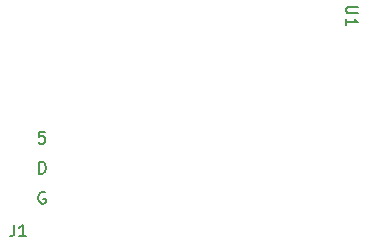
<source format=gbr>
%TF.GenerationSoftware,KiCad,Pcbnew,(5.99.0-2290-gd34f8fd4b)*%
%TF.CreationDate,2020-09-08T20:53:16+02:00*%
%TF.ProjectId,audio-esp32,61756469-6f2d-4657-9370-33322e6b6963,rev?*%
%TF.SameCoordinates,Original*%
%TF.FileFunction,Legend,Top*%
%TF.FilePolarity,Positive*%
%FSLAX46Y46*%
G04 Gerber Fmt 4.6, Leading zero omitted, Abs format (unit mm)*
G04 Created by KiCad (PCBNEW (5.99.0-2290-gd34f8fd4b)) date 2020-09-08 20:53:16*
%MOMM*%
%LPD*%
G01*
G04 APERTURE LIST*
%ADD10C,0.150000*%
G04 APERTURE END LIST*
D10*
%TO.C,J1*%
X131238666Y-90106380D02*
X131238666Y-90820666D01*
X131191047Y-90963523D01*
X131095809Y-91058761D01*
X130952952Y-91106380D01*
X130857714Y-91106380D01*
X132238666Y-91106380D02*
X131667238Y-91106380D01*
X131952952Y-91106380D02*
X131952952Y-90106380D01*
X131857714Y-90249238D01*
X131762476Y-90344476D01*
X131667238Y-90392095D01*
X133865904Y-87384000D02*
X133770666Y-87336380D01*
X133627809Y-87336380D01*
X133484952Y-87384000D01*
X133389714Y-87479238D01*
X133342095Y-87574476D01*
X133294476Y-87764952D01*
X133294476Y-87907809D01*
X133342095Y-88098285D01*
X133389714Y-88193523D01*
X133484952Y-88288761D01*
X133627809Y-88336380D01*
X133723047Y-88336380D01*
X133865904Y-88288761D01*
X133913523Y-88241142D01*
X133913523Y-87907809D01*
X133723047Y-87907809D01*
X133342095Y-85796380D02*
X133342095Y-84796380D01*
X133580190Y-84796380D01*
X133723047Y-84844000D01*
X133818285Y-84939238D01*
X133865904Y-85034476D01*
X133913523Y-85224952D01*
X133913523Y-85367809D01*
X133865904Y-85558285D01*
X133818285Y-85653523D01*
X133723047Y-85748761D01*
X133580190Y-85796380D01*
X133342095Y-85796380D01*
X133842095Y-82256380D02*
X133365904Y-82256380D01*
X133318285Y-82732571D01*
X133365904Y-82684952D01*
X133461142Y-82637333D01*
X133699238Y-82637333D01*
X133794476Y-82684952D01*
X133842095Y-82732571D01*
X133889714Y-82827809D01*
X133889714Y-83065904D01*
X133842095Y-83161142D01*
X133794476Y-83208761D01*
X133699238Y-83256380D01*
X133461142Y-83256380D01*
X133365904Y-83208761D01*
X133318285Y-83161142D01*
%TO.C,U1*%
X160357619Y-71666345D02*
X159548095Y-71666345D01*
X159452857Y-71713964D01*
X159405238Y-71761583D01*
X159357619Y-71856821D01*
X159357619Y-72047297D01*
X159405238Y-72142535D01*
X159452857Y-72190154D01*
X159548095Y-72237773D01*
X160357619Y-72237773D01*
X159357619Y-73237773D02*
X159357619Y-72666345D01*
X159357619Y-72952059D02*
X160357619Y-72952059D01*
X160214761Y-72856821D01*
X160119523Y-72761583D01*
X160071904Y-72666345D01*
%TD*%
M02*

</source>
